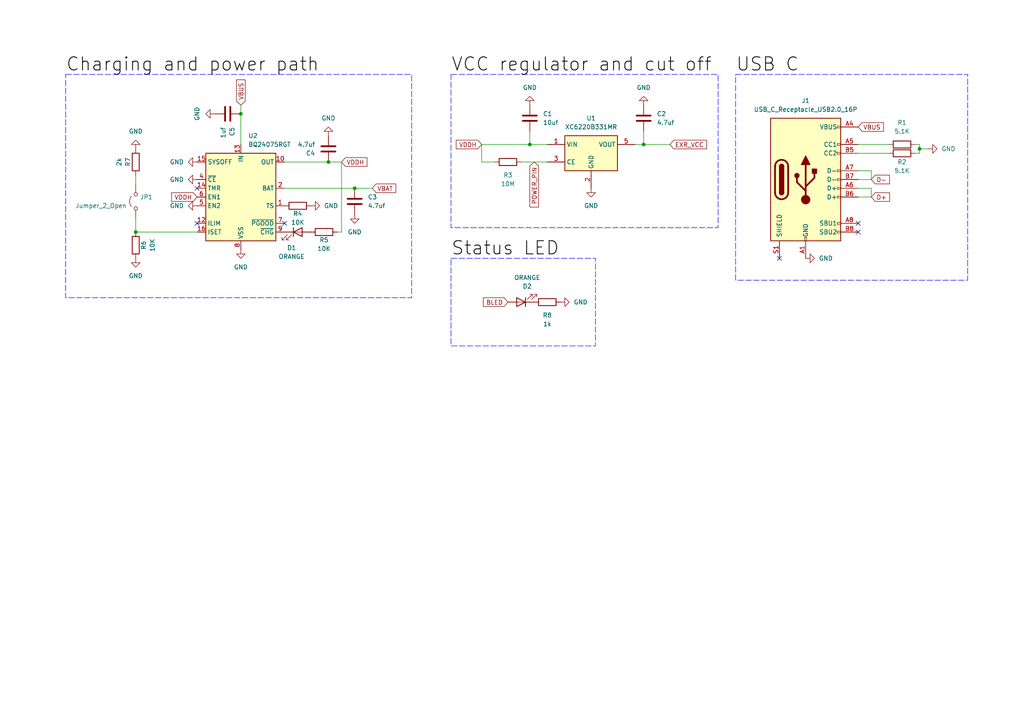
<source format=kicad_sch>
(kicad_sch (version 20250114) (generator "eeschema") (generator_version "9.0")
  (paper "A4")
  (lib_symbols
    (symbol "Battery_Management:BQ24075RGT"
      (property "Reference" "U" (at -8.89 13.97 0))
      (property "Value" "BQ24075RGT" (at 16.51 13.97 0))
      (symbol "BQ24075RGT_0_1"
        (rectangle (start -10.16 12.7) (end 10.16 -12.7) (stroke (width 0.254)) (fill (type background)))
      )
      (symbol "BQ24075RGT_1_1"
        (pin input line (at -12.7 10.16 0) (length 2.54) (name "SYSOFF") (number "15"))
        (pin input line (at -12.7 5.08 0) (length 2.54) (name "~{CE}") (number "4"))
        (pin input line (at -12.7 2.54 0) (length 2.54) (name "TMR") (number "14"))
        (pin input line (at -12.7 0 0) (length 2.54) (name "EN1") (number "6"))
        (pin input line (at -12.7 -2.54 0) (length 2.54) (name "EN2") (number "5"))
        (pin passive line (at -12.7 -7.62 0) (length 2.54) (name "ILIM") (number "12"))
        (pin passive line (at -12.7 -10.16 0) (length 2.54) (name "ISET") (number "16"))
        (pin power_in line (at 0 15.24 270) (length 2.54) (name "IN") (number "13"))
        (pin passive line (at 0 -15.24 90) (length 2.54) (hide yes) (name "VSS") (number "17"))
        (pin power_in line (at 0 -15.24 90) (length 2.54) (name "VSS") (number "8"))
        (pin power_out line (at 12.7 10.16 180) (length 2.54) (name "OUT") (number "10"))
        (pin passive line (at 12.7 10.16 180) (length 2.54) (hide yes) (name "OUT") (number "11"))
        (pin power_out line (at 12.7 2.54 180) (length 2.54) (name "BAT") (number "2"))
        (pin passive line (at 12.7 2.54 180) (length 2.54) (hide yes) (name "BAT") (number "3"))
        (pin passive line (at 12.7 -2.54 180) (length 2.54) (name "TS") (number "1"))
        (pin open_collector line (at 12.7 -7.62 180) (length 2.54) (name "~{PGOOD}") (number "7"))
        (pin open_collector line (at 12.7 -10.16 180) (length 2.54) (name "~{CHG}") (number "9"))
      )
    )
    (symbol "Connector:USB_C_Receptacle_USB2.0_16P" (pin_names (offset 1.016))
      (property "Reference" "J" (at 0 22.225 0))
      (property "Value" "USB_C_Receptacle_USB2.0_16P" (at 0 19.685 0))
      (symbol "USB_C_Receptacle_USB2.0_16P_0_0"
        (rectangle (start -0.254 -17.78) (end 0.254 -16.764))
        (rectangle (start 10.16 15.494) (end 9.144 14.986))
        (rectangle (start 10.16 10.414) (end 9.144 9.906))
        (rectangle (start 10.16 7.874) (end 9.144 7.366))
        (rectangle (start 10.16 2.794) (end 9.144 2.286))
        (rectangle (start 10.16 0.254) (end 9.144 -0.254))
        (rectangle (start 10.16 -2.286) (end 9.144 -2.794))
        (rectangle (start 10.16 -4.826) (end 9.144 -5.334))
        (rectangle (start 10.16 -12.446) (end 9.144 -12.954))
        (rectangle (start 10.16 -14.986) (end 9.144 -15.494))
      )
      (symbol "USB_C_Receptacle_USB2.0_16P_0_1"
        (rectangle (start -10.16 17.78) (end 10.16 -17.78) (stroke (width 0.254)) (fill (type background)))
        (polyline (pts (xy -8.89 -3.81) (xy -8.89 3.81)) (stroke (width 0.508)))
        (rectangle (start -7.62 -3.81) (end -6.35 3.81) (stroke (width 0.254)) (fill (type outline)))
        (arc (start -7.62 3.81) (mid -6.985 4.4423) (end -6.35 3.81) (stroke (width 0.254)))
        (arc (start -7.62 3.81) (mid -6.985 4.4423) (end -6.35 3.81) (stroke (width 0.254)) (fill (type outline)))
        (arc (start -8.89 3.81) (mid -6.985 5.7067) (end -5.08 3.81) (stroke (width 0.508)))
        (arc (start -5.08 -3.81) (mid -6.985 -5.7067) (end -8.89 -3.81) (stroke (width 0.508)))
        (arc (start -6.35 -3.81) (mid -6.985 -4.4423) (end -7.62 -3.81) (stroke (width 0.254)))
        (arc (start -6.35 -3.81) (mid -6.985 -4.4423) (end -7.62 -3.81) (stroke (width 0.254)) (fill (type outline)))
        (polyline (pts (xy -5.08 3.81) (xy -5.08 -3.81)) (stroke (width 0.508)))
        (circle (center -2.54 1.143) (radius 0.635) (stroke (width 0.254)) (fill (type outline)))
        (polyline (pts (xy -1.27 4.318) (xy 0 6.858) (xy 1.27 4.318) (xy -1.27 4.318)) (stroke (width 0.254)) (fill (type outline)))
        (polyline (pts (xy 0 -2.032) (xy 2.54 0.508) (xy 2.54 1.778)) (stroke (width 0.508)))
        (polyline (pts (xy 0 -3.302) (xy -2.54 -0.762) (xy -2.54 0.508)) (stroke (width 0.508)))
        (polyline (pts (xy 0 -5.842) (xy 0 4.318)) (stroke (width 0.508)))
        (circle (center 0 -5.842) (radius 1.27) (fill (type outline)))
        (rectangle (start 1.905 1.778) (end 3.175 3.048) (stroke (width 0.254)) (fill (type outline)))
      )
      (symbol "USB_C_Receptacle_USB2.0_16P_1_1"
        (pin passive line (at -7.62 -22.86 90) (length 5.08) (name "SHIELD") (number "S1"))
        (pin passive line (at 0 -22.86 90) (length 5.08) (name "GND") (number "A1"))
        (pin passive line (at 0 -22.86 90) (length 5.08) (hide yes) (name "GND") (number "A12"))
        (pin passive line (at 0 -22.86 90) (length 5.08) (hide yes) (name "GND") (number "B1"))
        (pin passive line (at 0 -22.86 90) (length 5.08) (hide yes) (name "GND") (number "B12"))
        (pin passive line (at 15.24 15.24 180) (length 5.08) (name "VBUS") (number "A4"))
        (pin passive line (at 15.24 15.24 180) (length 5.08) (hide yes) (name "VBUS") (number "A9"))
        (pin passive line (at 15.24 15.24 180) (length 5.08) (hide yes) (name "VBUS") (number "B4"))
        (pin passive line (at 15.24 15.24 180) (length 5.08) (hide yes) (name "VBUS") (number "B9"))
        (pin bidirectional line (at 15.24 10.16 180) (length 5.08) (name "CC1") (number "A5"))
        (pin bidirectional line (at 15.24 7.62 180) (length 5.08) (name "CC2") (number "B5"))
        (pin bidirectional line (at 15.24 2.54 180) (length 5.08) (name "D-") (number "A7"))
        (pin bidirectional line (at 15.24 0 180) (length 5.08) (name "D-") (number "B7"))
        (pin bidirectional line (at 15.24 -2.54 180) (length 5.08) (name "D+") (number "A6"))
        (pin bidirectional line (at 15.24 -5.08 180) (length 5.08) (name "D+") (number "B6"))
        (pin bidirectional line (at 15.24 -12.7 180) (length 5.08) (name "SBU1") (number "A8"))
        (pin bidirectional line (at 15.24 -15.24 180) (length 5.08) (name "SBU2") (number "B8"))
      )
    )
    (symbol "Device:C" (pin_numbers (hide yes)) (pin_names (offset 0.254))
      (property "Reference" "C" (at 0.635 2.54 0))
      (property "Value" "C" (at 0.635 -2.54 0))
      (symbol "C_0_1"
        (polyline (pts (xy -2.032 0.762) (xy 2.032 0.762)) (stroke (width 0.508)))
        (polyline (pts (xy -2.032 -0.762) (xy 2.032 -0.762)) (stroke (width 0.508)))
      )
      (symbol "C_1_1"
        (pin passive line (at 0 3.81 270) (length 2.794) (name "~") (number "1"))
        (pin passive line (at 0 -3.81 90) (length 2.794) (name "~") (number "2"))
      )
    )
    (symbol "Device:LED" (pin_numbers (hide yes)) (pin_names (offset 1.016) (hide yes))
      (property "Reference" "D" (at 0 2.54 0))
      (property "Value" "LED" (at 0 -2.54 0))
      (symbol "LED_0_1"
        (polyline (pts (xy -3.048 -0.762) (xy -4.572 -2.286) (xy -3.81 -2.286) (xy -4.572 -2.286) (xy -4.572 -1.524)))
        (polyline (pts (xy -1.778 -0.762) (xy -3.302 -2.286) (xy -2.54 -2.286) (xy -3.302 -2.286) (xy -3.302 -1.524)))
        (polyline (pts (xy -1.27 0) (xy 1.27 0)))
        (polyline (pts (xy -1.27 -1.27) (xy -1.27 1.27)) (stroke (width 0.254)))
        (polyline (pts (xy 1.27 -1.27) (xy 1.27 1.27) (xy -1.27 0) (xy 1.27 -1.27)) (stroke (width 0.254)))
      )
      (symbol "LED_1_1"
        (pin passive line (at -3.81 0 0) (length 2.54) (name "K") (number "1"))
        (pin passive line (at 3.81 0 180) (length 2.54) (name "A") (number "2"))
      )
    )
    (symbol "Jumper:Jumper_2_Open" (pin_numbers (hide yes)) (pin_names (offset 0) (hide yes))
      (property "Reference" "JP" (at 0 2.794 0))
      (property "Value" "Jumper_2_Open" (at 0 -2.286 0))
      (symbol "Jumper_2_Open_0_0"
        (circle (center -2.032 0) (radius 0.508))
        (circle (center 2.032 0) (radius 0.508))
      )
      (symbol "Jumper_2_Open_0_1"
        (arc (start -1.524 1.27) (mid 0 1.778) (end 1.524 1.27))
      )
      (symbol "Jumper_2_Open_1_1"
        (pin passive line (at -5.08 0 0) (length 2.54) (name "A") (number "1"))
        (pin passive line (at 5.08 0 180) (length 2.54) (name "B") (number "2"))
      )
    )
    (symbol "Regulator_Linear:XC6220B331MR"
      (property "Reference" "U" (at 0 8.89 0))
      (property "Value" "XC6220B331MR" (at 0 6.35 0))
      (symbol "XC6220B331MR_0_1"
        (rectangle (start -7.62 5.08) (end 7.62 -5.08) (stroke (width 0.254)) (fill (type background)))
      )
      (symbol "XC6220B331MR_1_1"
        (pin power_in line (at -12.7 2.54 0) (length 5.08) (name "VIN") (number "1"))
        (pin input line (at -12.7 -2.54 0) (length 5.08) (name "CE") (number "3"))
        (pin power_in line (at 0 -10.16 90) (length 5.08) (name "GND") (number "2"))
        (pin no_connect line (at 7.62 -2.54 180) (length 5.08) (hide yes) (name "NC") (number "4"))
        (pin power_out line (at 12.7 2.54 180) (length 5.08) (name "VOUT") (number "5"))
      )
    )
    (symbol "ScottoKeebs:Placeholder_Resistor" (pin_numbers (hide yes)) (pin_names (offset 0))
      (property "Reference" "R" (at 0 2.032 0))
      (property "Value" "Resistor" (at 0 -2.54 0))
      (symbol "Placeholder_Resistor_0_1"
        (rectangle (start 2.54 -1.016) (end -2.54 1.016) (stroke (width 0.254)))
      )
      (symbol "Placeholder_Resistor_1_1"
        (pin passive line (at -3.81 0 0) (length 1.27) (name "~") (number "1"))
        (pin passive line (at 3.81 0 180) (length 1.27) (name "~") (number "2"))
      )
    )
    (symbol "power:GND" (power) (pin_numbers (hide yes)) (pin_names (offset 0) (hide yes))
      (property "Value" "GND" (at 0 -3.81 0))
      (symbol "GND_0_1"
        (polyline (pts (xy 0 0) (xy 0 -1.27) (xy 1.27 -1.27) (xy 0 -2.54) (xy -1.27 -1.27) (xy 0 -1.27)))
      )
      (symbol "GND_1_1"
        (pin power_in line (at 0 0 270) (length 0) (name "~") (number "1"))
      )
    )
  )
  (rectangle (start 19.05 21.59) (end 119.38 86.36) (stroke (width 0) (type dash) (color 0 0 255 1)))
  (rectangle (start 213.36 21.59) (end 280.67 81.28) (stroke (width 0) (type dash) (color 0 0 255 1)))
  (rectangle (start 130.81 21.59) (end 208.28 66.04) (stroke (width 0) (type dash) (color 0 0 255 1)))
  (rectangle (start 130.81 74.93) (end 172.72 100.33) (stroke (width 0) (type dash) (color 0 0 255 1)))
  (junction (at 186.69 41.91))
  (junction (at 69.85 33.02))
  (junction (at 39.37 67.31))
  (junction (at 266.7 43.18))
  (junction (at 95.25 46.99))
  (junction (at 153.67 41.91))
  (junction (at 102.87 54.61))
  (no_connect (at 57.15 54.61))
  (no_connect (at 82.55 64.77))
  (no_connect (at 57.15 64.77))
  (no_connect (at 248.92 64.77))
  (no_connect (at 226.06 74.93))
  (no_connect (at 248.92 67.31))
  (wire (pts (xy 97.79 67.31) (xy 99.06 67.31)))
  (wire (pts (xy 252.73 54.61) (xy 252.73 57.15)))
  (wire (pts (xy 265.43 41.91) (xy 266.7 41.91)))
  (wire (pts (xy 248.92 54.61) (xy 252.73 54.61)))
  (wire (pts (xy 39.37 63.5) (xy 39.37 67.31)))
  (wire (pts (xy 69.85 30.48) (xy 69.85 33.02)))
  (wire (pts (xy 39.37 67.31) (xy 57.15 67.31)))
  (wire (pts (xy 82.55 54.61) (xy 102.87 54.61)))
  (wire (pts (xy 266.7 43.18) (xy 269.24 43.18)))
  (wire (pts (xy 266.7 41.91) (xy 266.7 43.18)))
  (wire (pts (xy 265.43 44.45) (xy 266.7 44.45)))
  (wire (pts (xy 153.67 41.91) (xy 158.75 41.91)))
  (wire (pts (xy 153.67 38.1) (xy 153.67 41.91)))
  (wire (pts (xy 248.92 57.15) (xy 252.73 57.15)))
  (wire (pts (xy 252.73 49.53) (xy 252.73 52.07)))
  (wire (pts (xy 248.92 52.07) (xy 252.73 52.07)))
  (wire (pts (xy 266.7 44.45) (xy 266.7 43.18)))
  (wire (pts (xy 248.92 41.91) (xy 257.81 41.91)))
  (wire (pts (xy 69.85 33.02) (xy 69.85 41.91)))
  (wire (pts (xy 39.37 50.8) (xy 39.37 53.34)))
  (wire (pts (xy 102.87 54.61) (xy 107.95 54.61)))
  (wire (pts (xy 184.15 41.91) (xy 186.69 41.91)))
  (wire (pts (xy 82.55 46.99) (xy 95.25 46.99)))
  (wire (pts (xy 99.06 46.99) (xy 95.25 46.99)))
  (wire (pts (xy 186.69 41.91) (xy 194.31 41.91)))
  (wire (pts (xy 99.06 67.31) (xy 99.06 46.99)))
  (wire (pts (xy 248.92 44.45) (xy 257.81 44.45)))
  (wire (pts (xy 248.92 49.53) (xy 252.73 49.53)))
  (wire (pts (xy 139.7 41.91) (xy 153.67 41.91)))
  (wire (pts (xy 139.7 41.91) (xy 139.7 46.99)))
  (wire (pts (xy 151.13 46.99) (xy 158.75 46.99)))
  (wire (pts (xy 186.69 38.1) (xy 186.69 41.91)))
  (wire (pts (xy 139.7 46.99) (xy 143.51 46.99)))
  (label "Status LED" (at 130.81 74.93 0) (effects (font (size 3.81 3.81) (thickness 0.254) (bold yes))))
  (label "USB C" (at 213.36 21.59 0) (effects (font (size 3.81 3.81) (thickness 0.254) (bold yes))))
  (label "Charging and power path" (at 19.05 21.59 0) (effects (font (size 3.81 3.81) (thickness 0.254) (bold yes))))
  (label "VCC regulator and cut off" (at 130.81 21.59 0) (effects (font (size 3.81 3.81) (thickness 0.254) (bold yes))))
  (global_label "D-" (shape input) (at 252.73 52.07 0) (property "Intersheetrefs" "${INTERSHEET_REFS}" (effects (hide yes))))
  (global_label "BLED" (shape input) (at 147.32 87.63 180) (property "Intersheetrefs" "${INTERSHEET_REFS}" (effects (hide yes))))
  (global_label "VDDH" (shape input) (at 139.7 41.91 180) (property "Intersheetrefs" "${INTERSHEET_REFS}" (effects (hide yes))))
  (global_label "VDDH" (shape input) (at 99.06 46.99 0) (property "Intersheetrefs" "${INTERSHEET_REFS}" (effects (hide yes))))
  (global_label "D+" (shape input) (at 252.73 57.15 0) (property "Intersheetrefs" "${INTERSHEET_REFS}" (effects (hide yes))))
  (global_label "VDDH" (shape input) (at 57.15 57.15 180) (property "Intersheetrefs" "${INTERSHEET_REFS}" (effects (hide yes))))
  (global_label "VBUS" (shape input) (at 248.92 36.83 0) (property "Intersheetrefs" "${INTERSHEET_REFS}" (effects (hide yes))))
  (global_label "POWER_PIN" (shape input) (at 154.94 46.99 270) (property "Intersheetrefs" "${INTERSHEET_REFS}" (effects (hide yes))))
  (global_label "VBUS" (shape input) (at 69.85 30.48 90) (property "Intersheetrefs" "${INTERSHEET_REFS}" (effects (hide yes))))
  (global_label "EXR_VCC" (shape input) (at 194.31 41.91 0) (property "Intersheetrefs" "${INTERSHEET_REFS}" (effects (hide yes))))
  (global_label "VBAT" (shape input) (at 107.95 54.61 0) (property "Intersheetrefs" "${INTERSHEET_REFS}" (effects (hide yes))))
  (symbol (lib_id "power:GND") (at 57.15 59.69 270) (unit 1)
    (property "Reference" "#PWR09" (effects (hide yes)))
    (property "Value" "GND" (at 53.34 59.6899 90) (effects (justify right)))
    (property "Description" "Power symbol creates a global label with name \"GND\" , ground" (effects (hide yes)))
  )
  (symbol (lib_id "ScottoKeebs:Placeholder_Resistor") (at 39.37 71.12 90) (unit 1)
    (property "Reference" "R6" (at 41.656 71.12 0))
    (property "Value" "10K" (at 44.196 71.12 0))
    (property "Description" "Resistor" (effects (hide yes)))
  )
  (symbol (lib_id "Device:C") (at 153.67 34.29 0) (unit 1)
    (property "Reference" "C1" (at 157.48 33.0199 0) (effects (justify left)))
    (property "Value" "10uf" (at 157.48 35.5599 0) (effects (justify left)))
    (property "Description" "Unpolarized capacitor" (effects (hide yes)))
  )
  (symbol (lib_id "power:GND") (at 102.87 62.23 0) (unit 1)
    (property "Reference" "#PWR011" (effects (hide yes)))
    (property "Value" "GND" (at 102.87 67.31 0))
    (property "Description" "Power symbol creates a global label with name \"GND\" , ground" (effects (hide yes)))
  )
  (symbol (lib_id "ScottoKeebs:Placeholder_Resistor") (at 158.75 87.63 0) (unit 1)
    (property "Reference" "R8" (at 158.75 91.44 0))
    (property "Value" "1k" (at 158.75 93.98 0))
    (property "Description" "Resistor" (effects (hide yes)))
  )
  (symbol (lib_id "power:GND") (at 186.69 30.48 180) (unit 1)
    (property "Reference" "#PWR04" (effects (hide yes)))
    (property "Value" "GND" (at 186.69 25.4 0))
    (property "Description" "Power symbol creates a global label with name \"GND\" , ground" (effects (hide yes)))
  )
  (symbol (lib_id "power:GND") (at 39.37 74.93 0) (unit 1)
    (property "Reference" "#PWR014" (effects (hide yes)))
    (property "Value" "GND" (at 39.37 80.01 0))
    (property "Description" "Power symbol creates a global label with name \"GND\" , ground" (effects (hide yes)))
  )
  (symbol (lib_id "Device:C") (at 95.25 43.18 180) (unit 1)
    (property "Reference" "C4" (at 91.44 44.4501 0) (effects (justify left)))
    (property "Value" "4.7uf" (at 91.44 41.9101 0) (effects (justify left)))
    (property "Description" "Unpolarized capacitor" (effects (hide yes)))
  )
  (symbol (lib_id "power:GND") (at 57.15 46.99 270) (unit 1)
    (property "Reference" "#PWR06" (effects (hide yes)))
    (property "Value" "GND" (at 53.34 46.9899 90) (effects (justify right)))
    (property "Description" "Power symbol creates a global label with name \"GND\" , ground" (effects (hide yes)))
  )
  (symbol (lib_id "Device:LED") (at 151.13 87.63 180) (unit 1)
    (property "Reference" "D2" (at 152.908 83.058 0))
    (property "Value" "ORANGE" (at 152.908 80.518 0))
    (property "Description" "Light emitting diode" (effects (hide yes)))
    (property "Sim.Pins" "1=K 2=A" (effects (hide yes)))
  )
  (symbol (lib_id "Jumper:Jumper_2_Open") (at 39.37 58.42 90) (unit 1)
    (property "Reference" "JP1" (at 40.64 57.1499 90) (effects (justify right)))
    (property "Value" "Jumper_2_Open" (at 21.844 59.69 90) (effects (justify right)))
    (property "Description" "Jumper, 2-pole, open" (effects (hide yes)))
  )
  (symbol (lib_id "ScottoKeebs:Placeholder_Resistor") (at 39.37 46.99 270) (unit 1)
    (property "Reference" "R7" (at 37.084 46.99 0))
    (property "Value" "2k" (at 34.544 46.99 0))
    (property "Description" "Resistor" (effects (hide yes)))
  )
  (symbol (lib_id "power:GND") (at 57.15 52.07 270) (unit 1)
    (property "Reference" "#PWR07" (effects (hide yes)))
    (property "Value" "GND" (at 53.34 52.0699 90) (effects (justify right)))
    (property "Description" "Power symbol creates a global label with name \"GND\" , ground" (effects (hide yes)))
  )
  (symbol (lib_id "Device:LED") (at 86.36 67.31 0) (unit 1)
    (property "Reference" "D1" (at 84.582 71.882 0))
    (property "Value" "ORANGE" (at 84.582 74.422 0))
    (property "Description" "Light emitting diode" (effects (hide yes)))
    (property "Sim.Pins" "1=K 2=A" (effects (hide yes)))
  )
  (symbol (lib_id "power:GND") (at 62.23 33.02 270) (unit 1)
    (property "Reference" "#PWR013" (effects (hide yes)))
    (property "Value" "GND" (at 57.15 33.02 0))
    (property "Description" "Power symbol creates a global label with name \"GND\" , ground" (effects (hide yes)))
  )
  (symbol (lib_id "power:GND") (at 95.25 39.37 180) (unit 1)
    (property "Reference" "#PWR012" (effects (hide yes)))
    (property "Value" "GND" (at 95.25 34.29 0))
    (property "Description" "Power symbol creates a global label with name \"GND\" , ground" (effects (hide yes)))
  )
  (symbol (lib_id "power:GND") (at 90.17 59.69 90) (unit 1)
    (property "Reference" "#PWR010" (effects (hide yes)))
    (property "Value" "GND" (at 93.98 59.6899 90) (effects (justify right)))
    (property "Description" "Power symbol creates a global label with name \"GND\" , ground" (effects (hide yes)))
  )
  (symbol (lib_id "power:GND") (at 69.85 72.39 0) (unit 1)
    (property "Reference" "#PWR08" (effects (hide yes)))
    (property "Value" "GND" (at 69.85 77.47 0))
    (property "Description" "Power symbol creates a global label with name \"GND\" , ground" (effects (hide yes)))
  )
  (symbol (lib_id "Connector:USB_C_Receptacle_USB2.0_16P") (at 233.68 52.07 0) (unit 1)
    (property "Reference" "J1" (at 233.68 29.21 0))
    (property "Value" "USB_C_Receptacle_USB2.0_16P" (at 233.68 31.75 0))
    (property "Datasheet" "https://www.usb.org/sites/default/files/documents/usb_type-c.zip" (effects (hide yes)))
    (property "Description" "USB 2.0-only 16P Type-C Receptacle connector" (effects (hide yes)))
  )
  (symbol (lib_id "power:GND") (at 39.37 43.18 180) (unit 1)
    (property "Reference" "#PWR015" (effects (hide yes)))
    (property "Value" "GND" (at 39.37 38.1 0))
    (property "Description" "Power symbol creates a global label with name \"GND\" , ground" (effects (hide yes)))
  )
  (symbol (lib_id "ScottoKeebs:Placeholder_Resistor") (at 86.36 59.69 0) (unit 1)
    (property "Reference" "R4" (at 86.36 61.976 0))
    (property "Value" "10K" (at 86.36 64.516 0))
    (property "Description" "Resistor" (effects (hide yes)))
  )
  (symbol (lib_id "Device:C") (at 66.04 33.02 270) (unit 1)
    (property "Reference" "C5" (at 67.3101 36.83 0) (effects (justify left)))
    (property "Value" "1uf" (at 64.7701 36.83 0) (effects (justify left)))
    (property "Description" "Unpolarized capacitor" (effects (hide yes)))
  )
  (symbol (lib_id "Battery_Management:BQ24075RGT") (at 69.85 57.15 0) (unit 1)
    (property "Reference" "U2" (at 71.9933 39.37 0) (effects (justify left)))
    (property "Value" "BQ24075RGT" (at 71.9933 41.91 0) (effects (justify left)))
    (property "Footprint" "Package_DFN_QFN:VQFN-16-1EP_3x3mm_P0.5mm_EP1.6x1.6mm" (effects (hide yes)))
    (property "Datasheet" "http://www.ti.com/lit/ds/symlink/bq24075.pdf" (effects (hide yes)))
    (property "Description" "USB-Friendly Li-Ion Battery Charger and Power-Path Management, VQFN-16" (effects (hide yes)))
  )
  (symbol (lib_id "power:GND") (at 233.68 74.93 90) (unit 1)
    (property "Reference" "#PWR02" (effects (hide yes)))
    (property "Value" "GND" (at 237.49 74.9299 90) (effects (justify right)))
    (property "Description" "Power symbol creates a global label with name \"GND\" , ground" (effects (hide yes)))
  )
  (symbol (lib_id "ScottoKeebs:Placeholder_Resistor") (at 261.62 41.91 0) (unit 1)
    (property "Reference" "R1" (at 261.62 35.56 0))
    (property "Value" "5.1K" (at 261.62 38.1 0))
    (property "Description" "Resistor" (effects (hide yes)))
  )
  (symbol (lib_id "ScottoKeebs:Placeholder_Resistor") (at 93.98 67.31 0) (unit 1)
    (property "Reference" "R5" (at 93.98 69.596 0))
    (property "Value" "10K" (at 93.98 72.136 0))
    (property "Description" "Resistor" (effects (hide yes)))
  )
  (symbol (lib_id "Regulator_Linear:XC6220B331MR") (at 171.45 44.45 0) (unit 1)
    (property "Reference" "U1" (at 171.45 34.29 0))
    (property "Value" "XC6220B331MR" (at 171.45 36.83 0))
    (property "Footprint" "Package_TO_SOT_SMD:SOT-23-5" (effects (hide yes)))
    (property "Datasheet" "https://www.torexsemi.com/file/xc6220/XC6220.pdf" (effects (hide yes)))
    (property "Description" "1A, Low Drop-out Voltage Regulator, Fixed Output 3.3V, SOT-23-5" (effects (hide yes)))
  )
  (symbol (lib_id "Device:C") (at 102.87 58.42 0) (unit 1)
    (property "Reference" "C3" (at 106.68 57.1499 0) (effects (justify left)))
    (property "Value" "4.7uf" (at 106.68 59.6899 0) (effects (justify left)))
    (property "Description" "Unpolarized capacitor" (effects (hide yes)))
  )
  (symbol (lib_id "ScottoKeebs:Placeholder_Resistor") (at 261.62 44.45 0) (unit 1)
    (property "Reference" "R2" (at 261.62 46.99 0))
    (property "Value" "5.1K" (at 261.62 49.53 0))
    (property "Description" "Resistor" (effects (hide yes)))
  )
  (symbol (lib_id "ScottoKeebs:Placeholder_Resistor") (at 147.32 46.99 0) (unit 1)
    (property "Reference" "R3" (at 147.32 50.8 0))
    (property "Value" "10M" (at 147.32 53.34 0))
    (property "Description" "Resistor" (effects (hide yes)))
  )
  (symbol (lib_id "Device:C") (at 186.69 34.29 0) (unit 1)
    (property "Reference" "C2" (at 190.5 33.0199 0) (effects (justify left)))
    (property "Value" "4.7uf" (at 190.5 35.5599 0) (effects (justify left)))
    (property "Description" "Unpolarized capacitor" (effects (hide yes)))
  )
  (symbol (lib_id "power:GND") (at 162.56 87.63 90) (unit 1)
    (property "Reference" "#PWR016" (effects (hide yes)))
    (property "Value" "GND" (at 166.37 87.6299 90) (effects (justify right)))
    (property "Description" "Power symbol creates a global label with name \"GND\" , ground" (effects (hide yes)))
  )
  (symbol (lib_id "power:GND") (at 269.24 43.18 90) (unit 1)
    (property "Reference" "#PWR01" (effects (hide yes)))
    (property "Value" "GND" (at 273.05 43.1799 90) (effects (justify right)))
    (property "Description" "Power symbol creates a global label with name \"GND\" , ground" (effects (hide yes)))
  )
  (symbol (lib_id "power:GND") (at 153.67 30.48 180) (unit 1)
    (property "Reference" "#PWR03" (effects (hide yes)))
    (property "Value" "GND" (at 153.67 25.4 0))
    (property "Description" "Power symbol creates a global label with name \"GND\" , ground" (effects (hide yes)))
  )
  (symbol (lib_id "power:GND") (at 171.45 54.61 0) (unit 1)
    (property "Reference" "#PWR05" (effects (hide yes)))
    (property "Value" "GND" (at 171.45 59.69 0))
    (property "Description" "Power symbol creates a global label with name \"GND\" , ground" (effects (hide yes)))
  )
)
</source>
